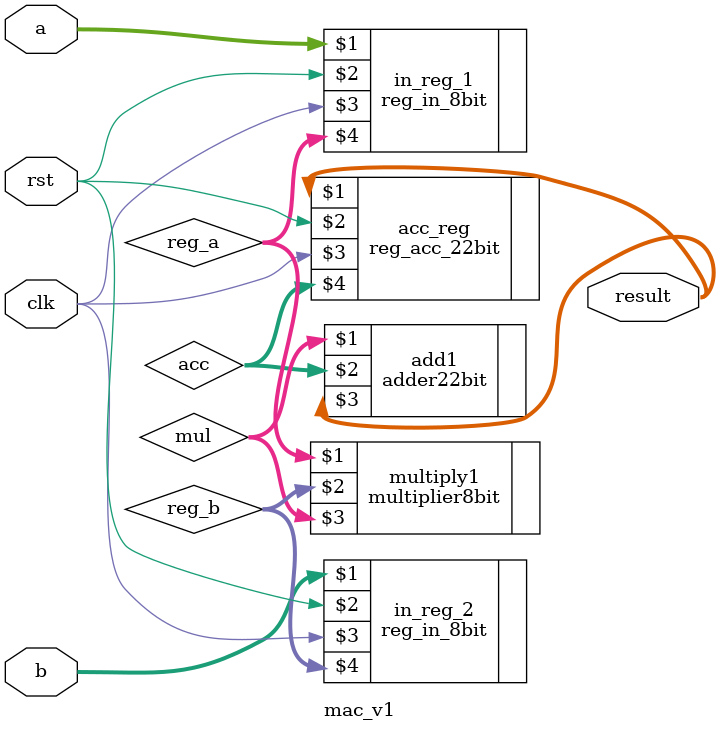
<source format=v>
module mac_v1 (a, b, clk, rst, result);

    input [7:0] a, b;
    input clk, rst;
    output [21:0] result;

    reg [7:0] reg_a, reg_b;
    reg [21:0] mul, acc;

    reg_in_8bit in_reg_1(a, rst, clk, reg_a);
    reg_in_8bit in_reg_2(b, rst, clk, reg_b);

    multiplier8bit multiply1(reg_a, reg_b, mul);

    reg_acc_22bit acc_reg(result, rst, clk, acc);

    adder22bit add1(mul, acc, result);

    
endmodule
</source>
